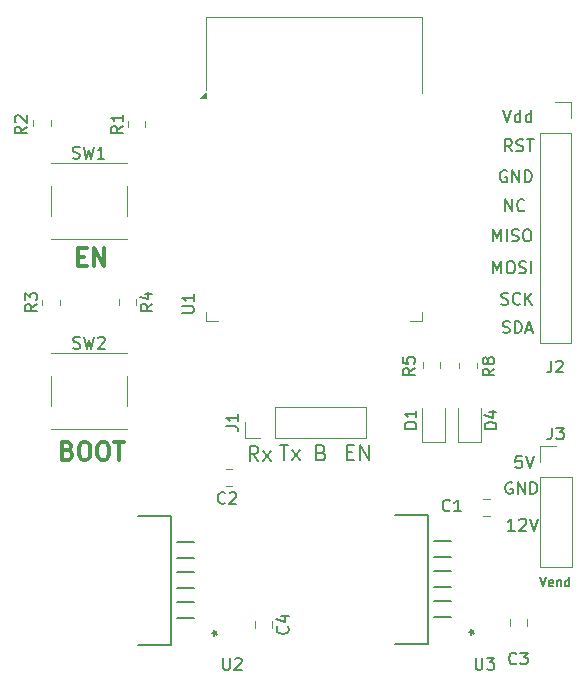
<source format=gto>
%TF.GenerationSoftware,KiCad,Pcbnew,8.0.0*%
%TF.CreationDate,2024-12-08T13:18:30+05:30*%
%TF.ProjectId,RFID_1,52464944-5f31-42e6-9b69-6361645f7063,rev?*%
%TF.SameCoordinates,Original*%
%TF.FileFunction,Legend,Top*%
%TF.FilePolarity,Positive*%
%FSLAX46Y46*%
G04 Gerber Fmt 4.6, Leading zero omitted, Abs format (unit mm)*
G04 Created by KiCad (PCBNEW 8.0.0) date 2024-12-08 13:18:30*
%MOMM*%
%LPD*%
G01*
G04 APERTURE LIST*
%ADD10C,0.127000*%
%ADD11C,0.300000*%
%ADD12C,0.150000*%
%ADD13C,0.120000*%
%ADD14C,0.152400*%
G04 APERTURE END LIST*
D10*
X169502075Y-97595676D02*
X169647218Y-97644056D01*
X169647218Y-97644056D02*
X169889123Y-97644056D01*
X169889123Y-97644056D02*
X169985885Y-97595676D01*
X169985885Y-97595676D02*
X170034266Y-97547295D01*
X170034266Y-97547295D02*
X170082647Y-97450533D01*
X170082647Y-97450533D02*
X170082647Y-97353771D01*
X170082647Y-97353771D02*
X170034266Y-97257009D01*
X170034266Y-97257009D02*
X169985885Y-97208628D01*
X169985885Y-97208628D02*
X169889123Y-97160247D01*
X169889123Y-97160247D02*
X169695599Y-97111866D01*
X169695599Y-97111866D02*
X169598837Y-97063485D01*
X169598837Y-97063485D02*
X169550456Y-97015104D01*
X169550456Y-97015104D02*
X169502075Y-96918342D01*
X169502075Y-96918342D02*
X169502075Y-96821580D01*
X169502075Y-96821580D02*
X169550456Y-96724818D01*
X169550456Y-96724818D02*
X169598837Y-96676437D01*
X169598837Y-96676437D02*
X169695599Y-96628056D01*
X169695599Y-96628056D02*
X169937504Y-96628056D01*
X169937504Y-96628056D02*
X170082647Y-96676437D01*
X170518075Y-97644056D02*
X170518075Y-96628056D01*
X170518075Y-96628056D02*
X170759980Y-96628056D01*
X170759980Y-96628056D02*
X170905123Y-96676437D01*
X170905123Y-96676437D02*
X171001885Y-96773199D01*
X171001885Y-96773199D02*
X171050266Y-96869961D01*
X171050266Y-96869961D02*
X171098647Y-97063485D01*
X171098647Y-97063485D02*
X171098647Y-97208628D01*
X171098647Y-97208628D02*
X171050266Y-97402152D01*
X171050266Y-97402152D02*
X171001885Y-97498914D01*
X171001885Y-97498914D02*
X170905123Y-97595676D01*
X170905123Y-97595676D02*
X170759980Y-97644056D01*
X170759980Y-97644056D02*
X170518075Y-97644056D01*
X171485694Y-97353771D02*
X171969504Y-97353771D01*
X171388932Y-97644056D02*
X171727599Y-96628056D01*
X171727599Y-96628056D02*
X172066266Y-97644056D01*
X169377075Y-95195676D02*
X169522218Y-95244056D01*
X169522218Y-95244056D02*
X169764123Y-95244056D01*
X169764123Y-95244056D02*
X169860885Y-95195676D01*
X169860885Y-95195676D02*
X169909266Y-95147295D01*
X169909266Y-95147295D02*
X169957647Y-95050533D01*
X169957647Y-95050533D02*
X169957647Y-94953771D01*
X169957647Y-94953771D02*
X169909266Y-94857009D01*
X169909266Y-94857009D02*
X169860885Y-94808628D01*
X169860885Y-94808628D02*
X169764123Y-94760247D01*
X169764123Y-94760247D02*
X169570599Y-94711866D01*
X169570599Y-94711866D02*
X169473837Y-94663485D01*
X169473837Y-94663485D02*
X169425456Y-94615104D01*
X169425456Y-94615104D02*
X169377075Y-94518342D01*
X169377075Y-94518342D02*
X169377075Y-94421580D01*
X169377075Y-94421580D02*
X169425456Y-94324818D01*
X169425456Y-94324818D02*
X169473837Y-94276437D01*
X169473837Y-94276437D02*
X169570599Y-94228056D01*
X169570599Y-94228056D02*
X169812504Y-94228056D01*
X169812504Y-94228056D02*
X169957647Y-94276437D01*
X170973647Y-95147295D02*
X170925266Y-95195676D01*
X170925266Y-95195676D02*
X170780123Y-95244056D01*
X170780123Y-95244056D02*
X170683361Y-95244056D01*
X170683361Y-95244056D02*
X170538218Y-95195676D01*
X170538218Y-95195676D02*
X170441456Y-95098914D01*
X170441456Y-95098914D02*
X170393075Y-95002152D01*
X170393075Y-95002152D02*
X170344694Y-94808628D01*
X170344694Y-94808628D02*
X170344694Y-94663485D01*
X170344694Y-94663485D02*
X170393075Y-94469961D01*
X170393075Y-94469961D02*
X170441456Y-94373199D01*
X170441456Y-94373199D02*
X170538218Y-94276437D01*
X170538218Y-94276437D02*
X170683361Y-94228056D01*
X170683361Y-94228056D02*
X170780123Y-94228056D01*
X170780123Y-94228056D02*
X170925266Y-94276437D01*
X170925266Y-94276437D02*
X170973647Y-94324818D01*
X171409075Y-95244056D02*
X171409075Y-94228056D01*
X171989647Y-95244056D02*
X171554218Y-94663485D01*
X171989647Y-94228056D02*
X171409075Y-94808628D01*
X168700456Y-92594056D02*
X168700456Y-91578056D01*
X168700456Y-91578056D02*
X169039123Y-92303771D01*
X169039123Y-92303771D02*
X169377790Y-91578056D01*
X169377790Y-91578056D02*
X169377790Y-92594056D01*
X170055123Y-91578056D02*
X170248647Y-91578056D01*
X170248647Y-91578056D02*
X170345409Y-91626437D01*
X170345409Y-91626437D02*
X170442171Y-91723199D01*
X170442171Y-91723199D02*
X170490552Y-91916723D01*
X170490552Y-91916723D02*
X170490552Y-92255390D01*
X170490552Y-92255390D02*
X170442171Y-92448914D01*
X170442171Y-92448914D02*
X170345409Y-92545676D01*
X170345409Y-92545676D02*
X170248647Y-92594056D01*
X170248647Y-92594056D02*
X170055123Y-92594056D01*
X170055123Y-92594056D02*
X169958361Y-92545676D01*
X169958361Y-92545676D02*
X169861599Y-92448914D01*
X169861599Y-92448914D02*
X169813218Y-92255390D01*
X169813218Y-92255390D02*
X169813218Y-91916723D01*
X169813218Y-91916723D02*
X169861599Y-91723199D01*
X169861599Y-91723199D02*
X169958361Y-91626437D01*
X169958361Y-91626437D02*
X170055123Y-91578056D01*
X170877599Y-92545676D02*
X171022742Y-92594056D01*
X171022742Y-92594056D02*
X171264647Y-92594056D01*
X171264647Y-92594056D02*
X171361409Y-92545676D01*
X171361409Y-92545676D02*
X171409790Y-92497295D01*
X171409790Y-92497295D02*
X171458171Y-92400533D01*
X171458171Y-92400533D02*
X171458171Y-92303771D01*
X171458171Y-92303771D02*
X171409790Y-92207009D01*
X171409790Y-92207009D02*
X171361409Y-92158628D01*
X171361409Y-92158628D02*
X171264647Y-92110247D01*
X171264647Y-92110247D02*
X171071123Y-92061866D01*
X171071123Y-92061866D02*
X170974361Y-92013485D01*
X170974361Y-92013485D02*
X170925980Y-91965104D01*
X170925980Y-91965104D02*
X170877599Y-91868342D01*
X170877599Y-91868342D02*
X170877599Y-91771580D01*
X170877599Y-91771580D02*
X170925980Y-91674818D01*
X170925980Y-91674818D02*
X170974361Y-91626437D01*
X170974361Y-91626437D02*
X171071123Y-91578056D01*
X171071123Y-91578056D02*
X171313028Y-91578056D01*
X171313028Y-91578056D02*
X171458171Y-91626437D01*
X171893599Y-92594056D02*
X171893599Y-91578056D01*
X168650456Y-89894056D02*
X168650456Y-88878056D01*
X168650456Y-88878056D02*
X168989123Y-89603771D01*
X168989123Y-89603771D02*
X169327790Y-88878056D01*
X169327790Y-88878056D02*
X169327790Y-89894056D01*
X169811599Y-89894056D02*
X169811599Y-88878056D01*
X170247028Y-89845676D02*
X170392171Y-89894056D01*
X170392171Y-89894056D02*
X170634076Y-89894056D01*
X170634076Y-89894056D02*
X170730838Y-89845676D01*
X170730838Y-89845676D02*
X170779219Y-89797295D01*
X170779219Y-89797295D02*
X170827600Y-89700533D01*
X170827600Y-89700533D02*
X170827600Y-89603771D01*
X170827600Y-89603771D02*
X170779219Y-89507009D01*
X170779219Y-89507009D02*
X170730838Y-89458628D01*
X170730838Y-89458628D02*
X170634076Y-89410247D01*
X170634076Y-89410247D02*
X170440552Y-89361866D01*
X170440552Y-89361866D02*
X170343790Y-89313485D01*
X170343790Y-89313485D02*
X170295409Y-89265104D01*
X170295409Y-89265104D02*
X170247028Y-89168342D01*
X170247028Y-89168342D02*
X170247028Y-89071580D01*
X170247028Y-89071580D02*
X170295409Y-88974818D01*
X170295409Y-88974818D02*
X170343790Y-88926437D01*
X170343790Y-88926437D02*
X170440552Y-88878056D01*
X170440552Y-88878056D02*
X170682457Y-88878056D01*
X170682457Y-88878056D02*
X170827600Y-88926437D01*
X171456552Y-88878056D02*
X171650076Y-88878056D01*
X171650076Y-88878056D02*
X171746838Y-88926437D01*
X171746838Y-88926437D02*
X171843600Y-89023199D01*
X171843600Y-89023199D02*
X171891981Y-89216723D01*
X171891981Y-89216723D02*
X171891981Y-89555390D01*
X171891981Y-89555390D02*
X171843600Y-89748914D01*
X171843600Y-89748914D02*
X171746838Y-89845676D01*
X171746838Y-89845676D02*
X171650076Y-89894056D01*
X171650076Y-89894056D02*
X171456552Y-89894056D01*
X171456552Y-89894056D02*
X171359790Y-89845676D01*
X171359790Y-89845676D02*
X171263028Y-89748914D01*
X171263028Y-89748914D02*
X171214647Y-89555390D01*
X171214647Y-89555390D02*
X171214647Y-89216723D01*
X171214647Y-89216723D02*
X171263028Y-89023199D01*
X171263028Y-89023199D02*
X171359790Y-88926437D01*
X171359790Y-88926437D02*
X171456552Y-88878056D01*
X169675456Y-87344056D02*
X169675456Y-86328056D01*
X169675456Y-86328056D02*
X170256028Y-87344056D01*
X170256028Y-87344056D02*
X170256028Y-86328056D01*
X171320409Y-87247295D02*
X171272028Y-87295676D01*
X171272028Y-87295676D02*
X171126885Y-87344056D01*
X171126885Y-87344056D02*
X171030123Y-87344056D01*
X171030123Y-87344056D02*
X170884980Y-87295676D01*
X170884980Y-87295676D02*
X170788218Y-87198914D01*
X170788218Y-87198914D02*
X170739837Y-87102152D01*
X170739837Y-87102152D02*
X170691456Y-86908628D01*
X170691456Y-86908628D02*
X170691456Y-86763485D01*
X170691456Y-86763485D02*
X170739837Y-86569961D01*
X170739837Y-86569961D02*
X170788218Y-86473199D01*
X170788218Y-86473199D02*
X170884980Y-86376437D01*
X170884980Y-86376437D02*
X171030123Y-86328056D01*
X171030123Y-86328056D02*
X171126885Y-86328056D01*
X171126885Y-86328056D02*
X171272028Y-86376437D01*
X171272028Y-86376437D02*
X171320409Y-86424818D01*
X169807647Y-83901437D02*
X169710885Y-83853056D01*
X169710885Y-83853056D02*
X169565742Y-83853056D01*
X169565742Y-83853056D02*
X169420599Y-83901437D01*
X169420599Y-83901437D02*
X169323837Y-83998199D01*
X169323837Y-83998199D02*
X169275456Y-84094961D01*
X169275456Y-84094961D02*
X169227075Y-84288485D01*
X169227075Y-84288485D02*
X169227075Y-84433628D01*
X169227075Y-84433628D02*
X169275456Y-84627152D01*
X169275456Y-84627152D02*
X169323837Y-84723914D01*
X169323837Y-84723914D02*
X169420599Y-84820676D01*
X169420599Y-84820676D02*
X169565742Y-84869056D01*
X169565742Y-84869056D02*
X169662504Y-84869056D01*
X169662504Y-84869056D02*
X169807647Y-84820676D01*
X169807647Y-84820676D02*
X169856028Y-84772295D01*
X169856028Y-84772295D02*
X169856028Y-84433628D01*
X169856028Y-84433628D02*
X169662504Y-84433628D01*
X170291456Y-84869056D02*
X170291456Y-83853056D01*
X170291456Y-83853056D02*
X170872028Y-84869056D01*
X170872028Y-84869056D02*
X170872028Y-83853056D01*
X171355837Y-84869056D02*
X171355837Y-83853056D01*
X171355837Y-83853056D02*
X171597742Y-83853056D01*
X171597742Y-83853056D02*
X171742885Y-83901437D01*
X171742885Y-83901437D02*
X171839647Y-83998199D01*
X171839647Y-83998199D02*
X171888028Y-84094961D01*
X171888028Y-84094961D02*
X171936409Y-84288485D01*
X171936409Y-84288485D02*
X171936409Y-84433628D01*
X171936409Y-84433628D02*
X171888028Y-84627152D01*
X171888028Y-84627152D02*
X171839647Y-84723914D01*
X171839647Y-84723914D02*
X171742885Y-84820676D01*
X171742885Y-84820676D02*
X171597742Y-84869056D01*
X171597742Y-84869056D02*
X171355837Y-84869056D01*
X170256028Y-82269056D02*
X169917361Y-81785247D01*
X169675456Y-82269056D02*
X169675456Y-81253056D01*
X169675456Y-81253056D02*
X170062504Y-81253056D01*
X170062504Y-81253056D02*
X170159266Y-81301437D01*
X170159266Y-81301437D02*
X170207647Y-81349818D01*
X170207647Y-81349818D02*
X170256028Y-81446580D01*
X170256028Y-81446580D02*
X170256028Y-81591723D01*
X170256028Y-81591723D02*
X170207647Y-81688485D01*
X170207647Y-81688485D02*
X170159266Y-81736866D01*
X170159266Y-81736866D02*
X170062504Y-81785247D01*
X170062504Y-81785247D02*
X169675456Y-81785247D01*
X170643075Y-82220676D02*
X170788218Y-82269056D01*
X170788218Y-82269056D02*
X171030123Y-82269056D01*
X171030123Y-82269056D02*
X171126885Y-82220676D01*
X171126885Y-82220676D02*
X171175266Y-82172295D01*
X171175266Y-82172295D02*
X171223647Y-82075533D01*
X171223647Y-82075533D02*
X171223647Y-81978771D01*
X171223647Y-81978771D02*
X171175266Y-81882009D01*
X171175266Y-81882009D02*
X171126885Y-81833628D01*
X171126885Y-81833628D02*
X171030123Y-81785247D01*
X171030123Y-81785247D02*
X170836599Y-81736866D01*
X170836599Y-81736866D02*
X170739837Y-81688485D01*
X170739837Y-81688485D02*
X170691456Y-81640104D01*
X170691456Y-81640104D02*
X170643075Y-81543342D01*
X170643075Y-81543342D02*
X170643075Y-81446580D01*
X170643075Y-81446580D02*
X170691456Y-81349818D01*
X170691456Y-81349818D02*
X170739837Y-81301437D01*
X170739837Y-81301437D02*
X170836599Y-81253056D01*
X170836599Y-81253056D02*
X171078504Y-81253056D01*
X171078504Y-81253056D02*
X171223647Y-81301437D01*
X171513932Y-81253056D02*
X172094504Y-81253056D01*
X171804218Y-82269056D02*
X171804218Y-81253056D01*
X169530313Y-78778056D02*
X169868980Y-79794056D01*
X169868980Y-79794056D02*
X170207647Y-78778056D01*
X170981742Y-79794056D02*
X170981742Y-78778056D01*
X170981742Y-79745676D02*
X170884980Y-79794056D01*
X170884980Y-79794056D02*
X170691456Y-79794056D01*
X170691456Y-79794056D02*
X170594694Y-79745676D01*
X170594694Y-79745676D02*
X170546313Y-79697295D01*
X170546313Y-79697295D02*
X170497932Y-79600533D01*
X170497932Y-79600533D02*
X170497932Y-79310247D01*
X170497932Y-79310247D02*
X170546313Y-79213485D01*
X170546313Y-79213485D02*
X170594694Y-79165104D01*
X170594694Y-79165104D02*
X170691456Y-79116723D01*
X170691456Y-79116723D02*
X170884980Y-79116723D01*
X170884980Y-79116723D02*
X170981742Y-79165104D01*
X171900980Y-79794056D02*
X171900980Y-78778056D01*
X171900980Y-79745676D02*
X171804218Y-79794056D01*
X171804218Y-79794056D02*
X171610694Y-79794056D01*
X171610694Y-79794056D02*
X171513932Y-79745676D01*
X171513932Y-79745676D02*
X171465551Y-79697295D01*
X171465551Y-79697295D02*
X171417170Y-79600533D01*
X171417170Y-79600533D02*
X171417170Y-79310247D01*
X171417170Y-79310247D02*
X171465551Y-79213485D01*
X171465551Y-79213485D02*
X171513932Y-79165104D01*
X171513932Y-79165104D02*
X171610694Y-79116723D01*
X171610694Y-79116723D02*
X171804218Y-79116723D01*
X171804218Y-79116723D02*
X171900980Y-79165104D01*
X156285932Y-107722734D02*
X156709266Y-107722734D01*
X156890694Y-108387972D02*
X156285932Y-108387972D01*
X156285932Y-108387972D02*
X156285932Y-107117972D01*
X156285932Y-107117972D02*
X156890694Y-107117972D01*
X157434980Y-108387972D02*
X157434980Y-107117972D01*
X157434980Y-107117972D02*
X158160695Y-108387972D01*
X158160695Y-108387972D02*
X158160695Y-107117972D01*
X172681123Y-118338141D02*
X172935123Y-119100141D01*
X172935123Y-119100141D02*
X173189123Y-118338141D01*
X173733409Y-119063856D02*
X173660837Y-119100141D01*
X173660837Y-119100141D02*
X173515695Y-119100141D01*
X173515695Y-119100141D02*
X173443123Y-119063856D01*
X173443123Y-119063856D02*
X173406837Y-118991284D01*
X173406837Y-118991284D02*
X173406837Y-118700998D01*
X173406837Y-118700998D02*
X173443123Y-118628427D01*
X173443123Y-118628427D02*
X173515695Y-118592141D01*
X173515695Y-118592141D02*
X173660837Y-118592141D01*
X173660837Y-118592141D02*
X173733409Y-118628427D01*
X173733409Y-118628427D02*
X173769695Y-118700998D01*
X173769695Y-118700998D02*
X173769695Y-118773570D01*
X173769695Y-118773570D02*
X173406837Y-118846141D01*
X174096266Y-118592141D02*
X174096266Y-119100141D01*
X174096266Y-118664713D02*
X174132552Y-118628427D01*
X174132552Y-118628427D02*
X174205123Y-118592141D01*
X174205123Y-118592141D02*
X174313980Y-118592141D01*
X174313980Y-118592141D02*
X174386552Y-118628427D01*
X174386552Y-118628427D02*
X174422838Y-118700998D01*
X174422838Y-118700998D02*
X174422838Y-119100141D01*
X175112267Y-119100141D02*
X175112267Y-118338141D01*
X175112267Y-119063856D02*
X175039695Y-119100141D01*
X175039695Y-119100141D02*
X174894552Y-119100141D01*
X174894552Y-119100141D02*
X174821981Y-119063856D01*
X174821981Y-119063856D02*
X174785695Y-119027570D01*
X174785695Y-119027570D02*
X174749409Y-118954998D01*
X174749409Y-118954998D02*
X174749409Y-118737284D01*
X174749409Y-118737284D02*
X174785695Y-118664713D01*
X174785695Y-118664713D02*
X174821981Y-118628427D01*
X174821981Y-118628427D02*
X174894552Y-118592141D01*
X174894552Y-118592141D02*
X175039695Y-118592141D01*
X175039695Y-118592141D02*
X175112267Y-118628427D01*
X170507647Y-114369056D02*
X169927075Y-114369056D01*
X170217361Y-114369056D02*
X170217361Y-113353056D01*
X170217361Y-113353056D02*
X170120599Y-113498199D01*
X170120599Y-113498199D02*
X170023837Y-113594961D01*
X170023837Y-113594961D02*
X169927075Y-113643342D01*
X170894694Y-113449818D02*
X170943075Y-113401437D01*
X170943075Y-113401437D02*
X171039837Y-113353056D01*
X171039837Y-113353056D02*
X171281742Y-113353056D01*
X171281742Y-113353056D02*
X171378504Y-113401437D01*
X171378504Y-113401437D02*
X171426885Y-113449818D01*
X171426885Y-113449818D02*
X171475266Y-113546580D01*
X171475266Y-113546580D02*
X171475266Y-113643342D01*
X171475266Y-113643342D02*
X171426885Y-113788485D01*
X171426885Y-113788485D02*
X170846313Y-114369056D01*
X170846313Y-114369056D02*
X171475266Y-114369056D01*
X171765551Y-113353056D02*
X172104218Y-114369056D01*
X172104218Y-114369056D02*
X172442885Y-113353056D01*
X170282647Y-110301437D02*
X170185885Y-110253056D01*
X170185885Y-110253056D02*
X170040742Y-110253056D01*
X170040742Y-110253056D02*
X169895599Y-110301437D01*
X169895599Y-110301437D02*
X169798837Y-110398199D01*
X169798837Y-110398199D02*
X169750456Y-110494961D01*
X169750456Y-110494961D02*
X169702075Y-110688485D01*
X169702075Y-110688485D02*
X169702075Y-110833628D01*
X169702075Y-110833628D02*
X169750456Y-111027152D01*
X169750456Y-111027152D02*
X169798837Y-111123914D01*
X169798837Y-111123914D02*
X169895599Y-111220676D01*
X169895599Y-111220676D02*
X170040742Y-111269056D01*
X170040742Y-111269056D02*
X170137504Y-111269056D01*
X170137504Y-111269056D02*
X170282647Y-111220676D01*
X170282647Y-111220676D02*
X170331028Y-111172295D01*
X170331028Y-111172295D02*
X170331028Y-110833628D01*
X170331028Y-110833628D02*
X170137504Y-110833628D01*
X170766456Y-111269056D02*
X170766456Y-110253056D01*
X170766456Y-110253056D02*
X171347028Y-111269056D01*
X171347028Y-111269056D02*
X171347028Y-110253056D01*
X171830837Y-111269056D02*
X171830837Y-110253056D01*
X171830837Y-110253056D02*
X172072742Y-110253056D01*
X172072742Y-110253056D02*
X172217885Y-110301437D01*
X172217885Y-110301437D02*
X172314647Y-110398199D01*
X172314647Y-110398199D02*
X172363028Y-110494961D01*
X172363028Y-110494961D02*
X172411409Y-110688485D01*
X172411409Y-110688485D02*
X172411409Y-110833628D01*
X172411409Y-110833628D02*
X172363028Y-111027152D01*
X172363028Y-111027152D02*
X172314647Y-111123914D01*
X172314647Y-111123914D02*
X172217885Y-111220676D01*
X172217885Y-111220676D02*
X172072742Y-111269056D01*
X172072742Y-111269056D02*
X171830837Y-111269056D01*
X171084266Y-108053056D02*
X170600456Y-108053056D01*
X170600456Y-108053056D02*
X170552075Y-108536866D01*
X170552075Y-108536866D02*
X170600456Y-108488485D01*
X170600456Y-108488485D02*
X170697218Y-108440104D01*
X170697218Y-108440104D02*
X170939123Y-108440104D01*
X170939123Y-108440104D02*
X171035885Y-108488485D01*
X171035885Y-108488485D02*
X171084266Y-108536866D01*
X171084266Y-108536866D02*
X171132647Y-108633628D01*
X171132647Y-108633628D02*
X171132647Y-108875533D01*
X171132647Y-108875533D02*
X171084266Y-108972295D01*
X171084266Y-108972295D02*
X171035885Y-109020676D01*
X171035885Y-109020676D02*
X170939123Y-109069056D01*
X170939123Y-109069056D02*
X170697218Y-109069056D01*
X170697218Y-109069056D02*
X170600456Y-109020676D01*
X170600456Y-109020676D02*
X170552075Y-108972295D01*
X171422932Y-108053056D02*
X171761599Y-109069056D01*
X171761599Y-109069056D02*
X172100266Y-108053056D01*
X154134266Y-107772734D02*
X154315694Y-107833210D01*
X154315694Y-107833210D02*
X154376171Y-107893686D01*
X154376171Y-107893686D02*
X154436647Y-108014638D01*
X154436647Y-108014638D02*
X154436647Y-108196067D01*
X154436647Y-108196067D02*
X154376171Y-108317019D01*
X154376171Y-108317019D02*
X154315694Y-108377496D01*
X154315694Y-108377496D02*
X154194742Y-108437972D01*
X154194742Y-108437972D02*
X153710932Y-108437972D01*
X153710932Y-108437972D02*
X153710932Y-107167972D01*
X153710932Y-107167972D02*
X154134266Y-107167972D01*
X154134266Y-107167972D02*
X154255218Y-107228448D01*
X154255218Y-107228448D02*
X154315694Y-107288924D01*
X154315694Y-107288924D02*
X154376171Y-107409876D01*
X154376171Y-107409876D02*
X154376171Y-107530829D01*
X154376171Y-107530829D02*
X154315694Y-107651781D01*
X154315694Y-107651781D02*
X154255218Y-107712257D01*
X154255218Y-107712257D02*
X154134266Y-107772734D01*
X154134266Y-107772734D02*
X153710932Y-107772734D01*
X150604504Y-107142972D02*
X151330218Y-107142972D01*
X150967361Y-108412972D02*
X150967361Y-107142972D01*
X151632599Y-108412972D02*
X152297837Y-107566305D01*
X151632599Y-107566305D02*
X152297837Y-108412972D01*
X148786647Y-108462972D02*
X148363313Y-107858210D01*
X148060932Y-108462972D02*
X148060932Y-107192972D01*
X148060932Y-107192972D02*
X148544742Y-107192972D01*
X148544742Y-107192972D02*
X148665694Y-107253448D01*
X148665694Y-107253448D02*
X148726171Y-107313924D01*
X148726171Y-107313924D02*
X148786647Y-107434876D01*
X148786647Y-107434876D02*
X148786647Y-107616305D01*
X148786647Y-107616305D02*
X148726171Y-107737257D01*
X148726171Y-107737257D02*
X148665694Y-107797734D01*
X148665694Y-107797734D02*
X148544742Y-107858210D01*
X148544742Y-107858210D02*
X148060932Y-107858210D01*
X149209980Y-108462972D02*
X149875218Y-107616305D01*
X149209980Y-107616305D02*
X149875218Y-108462972D01*
D11*
X132654510Y-107590114D02*
X132868796Y-107661542D01*
X132868796Y-107661542D02*
X132940225Y-107732971D01*
X132940225Y-107732971D02*
X133011653Y-107875828D01*
X133011653Y-107875828D02*
X133011653Y-108090114D01*
X133011653Y-108090114D02*
X132940225Y-108232971D01*
X132940225Y-108232971D02*
X132868796Y-108304400D01*
X132868796Y-108304400D02*
X132725939Y-108375828D01*
X132725939Y-108375828D02*
X132154510Y-108375828D01*
X132154510Y-108375828D02*
X132154510Y-106875828D01*
X132154510Y-106875828D02*
X132654510Y-106875828D01*
X132654510Y-106875828D02*
X132797368Y-106947257D01*
X132797368Y-106947257D02*
X132868796Y-107018685D01*
X132868796Y-107018685D02*
X132940225Y-107161542D01*
X132940225Y-107161542D02*
X132940225Y-107304400D01*
X132940225Y-107304400D02*
X132868796Y-107447257D01*
X132868796Y-107447257D02*
X132797368Y-107518685D01*
X132797368Y-107518685D02*
X132654510Y-107590114D01*
X132654510Y-107590114D02*
X132154510Y-107590114D01*
X133940225Y-106875828D02*
X134225939Y-106875828D01*
X134225939Y-106875828D02*
X134368796Y-106947257D01*
X134368796Y-106947257D02*
X134511653Y-107090114D01*
X134511653Y-107090114D02*
X134583082Y-107375828D01*
X134583082Y-107375828D02*
X134583082Y-107875828D01*
X134583082Y-107875828D02*
X134511653Y-108161542D01*
X134511653Y-108161542D02*
X134368796Y-108304400D01*
X134368796Y-108304400D02*
X134225939Y-108375828D01*
X134225939Y-108375828D02*
X133940225Y-108375828D01*
X133940225Y-108375828D02*
X133797368Y-108304400D01*
X133797368Y-108304400D02*
X133654510Y-108161542D01*
X133654510Y-108161542D02*
X133583082Y-107875828D01*
X133583082Y-107875828D02*
X133583082Y-107375828D01*
X133583082Y-107375828D02*
X133654510Y-107090114D01*
X133654510Y-107090114D02*
X133797368Y-106947257D01*
X133797368Y-106947257D02*
X133940225Y-106875828D01*
X135511654Y-106875828D02*
X135797368Y-106875828D01*
X135797368Y-106875828D02*
X135940225Y-106947257D01*
X135940225Y-106947257D02*
X136083082Y-107090114D01*
X136083082Y-107090114D02*
X136154511Y-107375828D01*
X136154511Y-107375828D02*
X136154511Y-107875828D01*
X136154511Y-107875828D02*
X136083082Y-108161542D01*
X136083082Y-108161542D02*
X135940225Y-108304400D01*
X135940225Y-108304400D02*
X135797368Y-108375828D01*
X135797368Y-108375828D02*
X135511654Y-108375828D01*
X135511654Y-108375828D02*
X135368797Y-108304400D01*
X135368797Y-108304400D02*
X135225939Y-108161542D01*
X135225939Y-108161542D02*
X135154511Y-107875828D01*
X135154511Y-107875828D02*
X135154511Y-107375828D01*
X135154511Y-107375828D02*
X135225939Y-107090114D01*
X135225939Y-107090114D02*
X135368797Y-106947257D01*
X135368797Y-106947257D02*
X135511654Y-106875828D01*
X136583083Y-106875828D02*
X137440226Y-106875828D01*
X137011654Y-108375828D02*
X137011654Y-106875828D01*
X133554510Y-91190114D02*
X134054510Y-91190114D01*
X134268796Y-91975828D02*
X133554510Y-91975828D01*
X133554510Y-91975828D02*
X133554510Y-90475828D01*
X133554510Y-90475828D02*
X134268796Y-90475828D01*
X134911653Y-91975828D02*
X134911653Y-90475828D01*
X134911653Y-90475828D02*
X135768796Y-91975828D01*
X135768796Y-91975828D02*
X135768796Y-90475828D01*
D12*
X130046619Y-95204066D02*
X129570428Y-95537399D01*
X130046619Y-95775494D02*
X129046619Y-95775494D01*
X129046619Y-95775494D02*
X129046619Y-95394542D01*
X129046619Y-95394542D02*
X129094238Y-95299304D01*
X129094238Y-95299304D02*
X129141857Y-95251685D01*
X129141857Y-95251685D02*
X129237095Y-95204066D01*
X129237095Y-95204066D02*
X129379952Y-95204066D01*
X129379952Y-95204066D02*
X129475190Y-95251685D01*
X129475190Y-95251685D02*
X129522809Y-95299304D01*
X129522809Y-95299304D02*
X129570428Y-95394542D01*
X129570428Y-95394542D02*
X129570428Y-95775494D01*
X129046619Y-94870732D02*
X129046619Y-94251685D01*
X129046619Y-94251685D02*
X129427571Y-94585018D01*
X129427571Y-94585018D02*
X129427571Y-94442161D01*
X129427571Y-94442161D02*
X129475190Y-94346923D01*
X129475190Y-94346923D02*
X129522809Y-94299304D01*
X129522809Y-94299304D02*
X129618047Y-94251685D01*
X129618047Y-94251685D02*
X129856142Y-94251685D01*
X129856142Y-94251685D02*
X129951380Y-94299304D01*
X129951380Y-94299304D02*
X129999000Y-94346923D01*
X129999000Y-94346923D02*
X130046619Y-94442161D01*
X130046619Y-94442161D02*
X130046619Y-94727875D01*
X130046619Y-94727875D02*
X129999000Y-94823113D01*
X129999000Y-94823113D02*
X129951380Y-94870732D01*
X173656666Y-105659019D02*
X173656666Y-106373304D01*
X173656666Y-106373304D02*
X173609047Y-106516161D01*
X173609047Y-106516161D02*
X173513809Y-106611400D01*
X173513809Y-106611400D02*
X173370952Y-106659019D01*
X173370952Y-106659019D02*
X173275714Y-106659019D01*
X174037619Y-105659019D02*
X174656666Y-105659019D01*
X174656666Y-105659019D02*
X174323333Y-106039971D01*
X174323333Y-106039971D02*
X174466190Y-106039971D01*
X174466190Y-106039971D02*
X174561428Y-106087590D01*
X174561428Y-106087590D02*
X174609047Y-106135209D01*
X174609047Y-106135209D02*
X174656666Y-106230447D01*
X174656666Y-106230447D02*
X174656666Y-106468542D01*
X174656666Y-106468542D02*
X174609047Y-106563780D01*
X174609047Y-106563780D02*
X174561428Y-106611400D01*
X174561428Y-106611400D02*
X174466190Y-106659019D01*
X174466190Y-106659019D02*
X174180476Y-106659019D01*
X174180476Y-106659019D02*
X174085238Y-106611400D01*
X174085238Y-106611400D02*
X174037619Y-106563780D01*
X170633334Y-125609579D02*
X170585715Y-125657199D01*
X170585715Y-125657199D02*
X170442858Y-125704818D01*
X170442858Y-125704818D02*
X170347620Y-125704818D01*
X170347620Y-125704818D02*
X170204763Y-125657199D01*
X170204763Y-125657199D02*
X170109525Y-125561960D01*
X170109525Y-125561960D02*
X170061906Y-125466722D01*
X170061906Y-125466722D02*
X170014287Y-125276246D01*
X170014287Y-125276246D02*
X170014287Y-125133389D01*
X170014287Y-125133389D02*
X170061906Y-124942913D01*
X170061906Y-124942913D02*
X170109525Y-124847675D01*
X170109525Y-124847675D02*
X170204763Y-124752437D01*
X170204763Y-124752437D02*
X170347620Y-124704818D01*
X170347620Y-124704818D02*
X170442858Y-124704818D01*
X170442858Y-124704818D02*
X170585715Y-124752437D01*
X170585715Y-124752437D02*
X170633334Y-124800056D01*
X170966668Y-124704818D02*
X171585715Y-124704818D01*
X171585715Y-124704818D02*
X171252382Y-125085770D01*
X171252382Y-125085770D02*
X171395239Y-125085770D01*
X171395239Y-125085770D02*
X171490477Y-125133389D01*
X171490477Y-125133389D02*
X171538096Y-125181008D01*
X171538096Y-125181008D02*
X171585715Y-125276246D01*
X171585715Y-125276246D02*
X171585715Y-125514341D01*
X171585715Y-125514341D02*
X171538096Y-125609579D01*
X171538096Y-125609579D02*
X171490477Y-125657199D01*
X171490477Y-125657199D02*
X171395239Y-125704818D01*
X171395239Y-125704818D02*
X171109525Y-125704818D01*
X171109525Y-125704818D02*
X171014287Y-125657199D01*
X171014287Y-125657199D02*
X170966668Y-125609579D01*
X151264580Y-122489166D02*
X151312200Y-122536785D01*
X151312200Y-122536785D02*
X151359819Y-122679642D01*
X151359819Y-122679642D02*
X151359819Y-122774880D01*
X151359819Y-122774880D02*
X151312200Y-122917737D01*
X151312200Y-122917737D02*
X151216961Y-123012975D01*
X151216961Y-123012975D02*
X151121723Y-123060594D01*
X151121723Y-123060594D02*
X150931247Y-123108213D01*
X150931247Y-123108213D02*
X150788390Y-123108213D01*
X150788390Y-123108213D02*
X150597914Y-123060594D01*
X150597914Y-123060594D02*
X150502676Y-123012975D01*
X150502676Y-123012975D02*
X150407438Y-122917737D01*
X150407438Y-122917737D02*
X150359819Y-122774880D01*
X150359819Y-122774880D02*
X150359819Y-122679642D01*
X150359819Y-122679642D02*
X150407438Y-122536785D01*
X150407438Y-122536785D02*
X150455057Y-122489166D01*
X150693152Y-121632023D02*
X151359819Y-121632023D01*
X150312200Y-121870118D02*
X151026485Y-122108213D01*
X151026485Y-122108213D02*
X151026485Y-121489166D01*
X139823619Y-95178666D02*
X139347428Y-95511999D01*
X139823619Y-95750094D02*
X138823619Y-95750094D01*
X138823619Y-95750094D02*
X138823619Y-95369142D01*
X138823619Y-95369142D02*
X138871238Y-95273904D01*
X138871238Y-95273904D02*
X138918857Y-95226285D01*
X138918857Y-95226285D02*
X139014095Y-95178666D01*
X139014095Y-95178666D02*
X139156952Y-95178666D01*
X139156952Y-95178666D02*
X139252190Y-95226285D01*
X139252190Y-95226285D02*
X139299809Y-95273904D01*
X139299809Y-95273904D02*
X139347428Y-95369142D01*
X139347428Y-95369142D02*
X139347428Y-95750094D01*
X139156952Y-94321523D02*
X139823619Y-94321523D01*
X138776000Y-94559618D02*
X139490285Y-94797713D01*
X139490285Y-94797713D02*
X139490285Y-94178666D01*
X133096267Y-82829400D02*
X133239124Y-82877019D01*
X133239124Y-82877019D02*
X133477219Y-82877019D01*
X133477219Y-82877019D02*
X133572457Y-82829400D01*
X133572457Y-82829400D02*
X133620076Y-82781780D01*
X133620076Y-82781780D02*
X133667695Y-82686542D01*
X133667695Y-82686542D02*
X133667695Y-82591304D01*
X133667695Y-82591304D02*
X133620076Y-82496066D01*
X133620076Y-82496066D02*
X133572457Y-82448447D01*
X133572457Y-82448447D02*
X133477219Y-82400828D01*
X133477219Y-82400828D02*
X133286743Y-82353209D01*
X133286743Y-82353209D02*
X133191505Y-82305590D01*
X133191505Y-82305590D02*
X133143886Y-82257971D01*
X133143886Y-82257971D02*
X133096267Y-82162733D01*
X133096267Y-82162733D02*
X133096267Y-82067495D01*
X133096267Y-82067495D02*
X133143886Y-81972257D01*
X133143886Y-81972257D02*
X133191505Y-81924638D01*
X133191505Y-81924638D02*
X133286743Y-81877019D01*
X133286743Y-81877019D02*
X133524838Y-81877019D01*
X133524838Y-81877019D02*
X133667695Y-81924638D01*
X134001029Y-81877019D02*
X134239124Y-82877019D01*
X134239124Y-82877019D02*
X134429600Y-82162733D01*
X134429600Y-82162733D02*
X134620076Y-82877019D01*
X134620076Y-82877019D02*
X134858172Y-81877019D01*
X135762933Y-82877019D02*
X135191505Y-82877019D01*
X135477219Y-82877019D02*
X135477219Y-81877019D01*
X135477219Y-81877019D02*
X135381981Y-82019876D01*
X135381981Y-82019876D02*
X135286743Y-82115114D01*
X135286743Y-82115114D02*
X135191505Y-82162733D01*
X129179819Y-80166666D02*
X128703628Y-80499999D01*
X129179819Y-80738094D02*
X128179819Y-80738094D01*
X128179819Y-80738094D02*
X128179819Y-80357142D01*
X128179819Y-80357142D02*
X128227438Y-80261904D01*
X128227438Y-80261904D02*
X128275057Y-80214285D01*
X128275057Y-80214285D02*
X128370295Y-80166666D01*
X128370295Y-80166666D02*
X128513152Y-80166666D01*
X128513152Y-80166666D02*
X128608390Y-80214285D01*
X128608390Y-80214285D02*
X128656009Y-80261904D01*
X128656009Y-80261904D02*
X128703628Y-80357142D01*
X128703628Y-80357142D02*
X128703628Y-80738094D01*
X128275057Y-79785713D02*
X128227438Y-79738094D01*
X128227438Y-79738094D02*
X128179819Y-79642856D01*
X128179819Y-79642856D02*
X128179819Y-79404761D01*
X128179819Y-79404761D02*
X128227438Y-79309523D01*
X128227438Y-79309523D02*
X128275057Y-79261904D01*
X128275057Y-79261904D02*
X128370295Y-79214285D01*
X128370295Y-79214285D02*
X128465533Y-79214285D01*
X128465533Y-79214285D02*
X128608390Y-79261904D01*
X128608390Y-79261904D02*
X129179819Y-79833332D01*
X129179819Y-79833332D02*
X129179819Y-79214285D01*
X167188095Y-125154819D02*
X167188095Y-125964342D01*
X167188095Y-125964342D02*
X167235714Y-126059580D01*
X167235714Y-126059580D02*
X167283333Y-126107200D01*
X167283333Y-126107200D02*
X167378571Y-126154819D01*
X167378571Y-126154819D02*
X167569047Y-126154819D01*
X167569047Y-126154819D02*
X167664285Y-126107200D01*
X167664285Y-126107200D02*
X167711904Y-126059580D01*
X167711904Y-126059580D02*
X167759523Y-125964342D01*
X167759523Y-125964342D02*
X167759523Y-125154819D01*
X168140476Y-125154819D02*
X168759523Y-125154819D01*
X168759523Y-125154819D02*
X168426190Y-125535771D01*
X168426190Y-125535771D02*
X168569047Y-125535771D01*
X168569047Y-125535771D02*
X168664285Y-125583390D01*
X168664285Y-125583390D02*
X168711904Y-125631009D01*
X168711904Y-125631009D02*
X168759523Y-125726247D01*
X168759523Y-125726247D02*
X168759523Y-125964342D01*
X168759523Y-125964342D02*
X168711904Y-126059580D01*
X168711904Y-126059580D02*
X168664285Y-126107200D01*
X168664285Y-126107200D02*
X168569047Y-126154819D01*
X168569047Y-126154819D02*
X168283333Y-126154819D01*
X168283333Y-126154819D02*
X168188095Y-126107200D01*
X168188095Y-126107200D02*
X168140476Y-126059580D01*
X166647419Y-122950999D02*
X166885514Y-122950999D01*
X166790276Y-123189094D02*
X166885514Y-122950999D01*
X166885514Y-122950999D02*
X166790276Y-122712904D01*
X167075990Y-123093856D02*
X166885514Y-122950999D01*
X166885514Y-122950999D02*
X167075990Y-122808142D01*
X166647419Y-122950999D02*
X166885514Y-122950999D01*
X166790276Y-123189094D02*
X166885514Y-122950999D01*
X166885514Y-122950999D02*
X166790276Y-122712904D01*
X167075990Y-123093856D02*
X166885514Y-122950999D01*
X166885514Y-122950999D02*
X167075990Y-122808142D01*
X165008333Y-112659580D02*
X164960714Y-112707200D01*
X164960714Y-112707200D02*
X164817857Y-112754819D01*
X164817857Y-112754819D02*
X164722619Y-112754819D01*
X164722619Y-112754819D02*
X164579762Y-112707200D01*
X164579762Y-112707200D02*
X164484524Y-112611961D01*
X164484524Y-112611961D02*
X164436905Y-112516723D01*
X164436905Y-112516723D02*
X164389286Y-112326247D01*
X164389286Y-112326247D02*
X164389286Y-112183390D01*
X164389286Y-112183390D02*
X164436905Y-111992914D01*
X164436905Y-111992914D02*
X164484524Y-111897676D01*
X164484524Y-111897676D02*
X164579762Y-111802438D01*
X164579762Y-111802438D02*
X164722619Y-111754819D01*
X164722619Y-111754819D02*
X164817857Y-111754819D01*
X164817857Y-111754819D02*
X164960714Y-111802438D01*
X164960714Y-111802438D02*
X165008333Y-111850057D01*
X165960714Y-112754819D02*
X165389286Y-112754819D01*
X165675000Y-112754819D02*
X165675000Y-111754819D01*
X165675000Y-111754819D02*
X165579762Y-111897676D01*
X165579762Y-111897676D02*
X165484524Y-111992914D01*
X165484524Y-111992914D02*
X165389286Y-112040533D01*
X168954819Y-105758094D02*
X167954819Y-105758094D01*
X167954819Y-105758094D02*
X167954819Y-105519999D01*
X167954819Y-105519999D02*
X168002438Y-105377142D01*
X168002438Y-105377142D02*
X168097676Y-105281904D01*
X168097676Y-105281904D02*
X168192914Y-105234285D01*
X168192914Y-105234285D02*
X168383390Y-105186666D01*
X168383390Y-105186666D02*
X168526247Y-105186666D01*
X168526247Y-105186666D02*
X168716723Y-105234285D01*
X168716723Y-105234285D02*
X168811961Y-105281904D01*
X168811961Y-105281904D02*
X168907200Y-105377142D01*
X168907200Y-105377142D02*
X168954819Y-105519999D01*
X168954819Y-105519999D02*
X168954819Y-105758094D01*
X168288152Y-104329523D02*
X168954819Y-104329523D01*
X167907200Y-104567618D02*
X168621485Y-104805713D01*
X168621485Y-104805713D02*
X168621485Y-104186666D01*
X146080419Y-105530133D02*
X146794704Y-105530133D01*
X146794704Y-105530133D02*
X146937561Y-105577752D01*
X146937561Y-105577752D02*
X147032800Y-105672990D01*
X147032800Y-105672990D02*
X147080419Y-105815847D01*
X147080419Y-105815847D02*
X147080419Y-105911085D01*
X147080419Y-104530133D02*
X147080419Y-105101561D01*
X147080419Y-104815847D02*
X146080419Y-104815847D01*
X146080419Y-104815847D02*
X146223276Y-104911085D01*
X146223276Y-104911085D02*
X146318514Y-105006323D01*
X146318514Y-105006323D02*
X146366133Y-105101561D01*
X145983333Y-112009580D02*
X145935714Y-112057200D01*
X145935714Y-112057200D02*
X145792857Y-112104819D01*
X145792857Y-112104819D02*
X145697619Y-112104819D01*
X145697619Y-112104819D02*
X145554762Y-112057200D01*
X145554762Y-112057200D02*
X145459524Y-111961961D01*
X145459524Y-111961961D02*
X145411905Y-111866723D01*
X145411905Y-111866723D02*
X145364286Y-111676247D01*
X145364286Y-111676247D02*
X145364286Y-111533390D01*
X145364286Y-111533390D02*
X145411905Y-111342914D01*
X145411905Y-111342914D02*
X145459524Y-111247676D01*
X145459524Y-111247676D02*
X145554762Y-111152438D01*
X145554762Y-111152438D02*
X145697619Y-111104819D01*
X145697619Y-111104819D02*
X145792857Y-111104819D01*
X145792857Y-111104819D02*
X145935714Y-111152438D01*
X145935714Y-111152438D02*
X145983333Y-111200057D01*
X146364286Y-111200057D02*
X146411905Y-111152438D01*
X146411905Y-111152438D02*
X146507143Y-111104819D01*
X146507143Y-111104819D02*
X146745238Y-111104819D01*
X146745238Y-111104819D02*
X146840476Y-111152438D01*
X146840476Y-111152438D02*
X146888095Y-111200057D01*
X146888095Y-111200057D02*
X146935714Y-111295295D01*
X146935714Y-111295295D02*
X146935714Y-111390533D01*
X146935714Y-111390533D02*
X146888095Y-111533390D01*
X146888095Y-111533390D02*
X146316667Y-112104819D01*
X146316667Y-112104819D02*
X146935714Y-112104819D01*
X142350019Y-95953304D02*
X143159542Y-95953304D01*
X143159542Y-95953304D02*
X143254780Y-95905685D01*
X143254780Y-95905685D02*
X143302400Y-95858066D01*
X143302400Y-95858066D02*
X143350019Y-95762828D01*
X143350019Y-95762828D02*
X143350019Y-95572352D01*
X143350019Y-95572352D02*
X143302400Y-95477114D01*
X143302400Y-95477114D02*
X143254780Y-95429495D01*
X143254780Y-95429495D02*
X143159542Y-95381876D01*
X143159542Y-95381876D02*
X142350019Y-95381876D01*
X143350019Y-94381876D02*
X143350019Y-94953304D01*
X143350019Y-94667590D02*
X142350019Y-94667590D01*
X142350019Y-94667590D02*
X142492876Y-94762828D01*
X142492876Y-94762828D02*
X142588114Y-94858066D01*
X142588114Y-94858066D02*
X142635733Y-94953304D01*
X133134267Y-98922400D02*
X133277124Y-98970019D01*
X133277124Y-98970019D02*
X133515219Y-98970019D01*
X133515219Y-98970019D02*
X133610457Y-98922400D01*
X133610457Y-98922400D02*
X133658076Y-98874780D01*
X133658076Y-98874780D02*
X133705695Y-98779542D01*
X133705695Y-98779542D02*
X133705695Y-98684304D01*
X133705695Y-98684304D02*
X133658076Y-98589066D01*
X133658076Y-98589066D02*
X133610457Y-98541447D01*
X133610457Y-98541447D02*
X133515219Y-98493828D01*
X133515219Y-98493828D02*
X133324743Y-98446209D01*
X133324743Y-98446209D02*
X133229505Y-98398590D01*
X133229505Y-98398590D02*
X133181886Y-98350971D01*
X133181886Y-98350971D02*
X133134267Y-98255733D01*
X133134267Y-98255733D02*
X133134267Y-98160495D01*
X133134267Y-98160495D02*
X133181886Y-98065257D01*
X133181886Y-98065257D02*
X133229505Y-98017638D01*
X133229505Y-98017638D02*
X133324743Y-97970019D01*
X133324743Y-97970019D02*
X133562838Y-97970019D01*
X133562838Y-97970019D02*
X133705695Y-98017638D01*
X134039029Y-97970019D02*
X134277124Y-98970019D01*
X134277124Y-98970019D02*
X134467600Y-98255733D01*
X134467600Y-98255733D02*
X134658076Y-98970019D01*
X134658076Y-98970019D02*
X134896172Y-97970019D01*
X135229505Y-98065257D02*
X135277124Y-98017638D01*
X135277124Y-98017638D02*
X135372362Y-97970019D01*
X135372362Y-97970019D02*
X135610457Y-97970019D01*
X135610457Y-97970019D02*
X135705695Y-98017638D01*
X135705695Y-98017638D02*
X135753314Y-98065257D01*
X135753314Y-98065257D02*
X135800933Y-98160495D01*
X135800933Y-98160495D02*
X135800933Y-98255733D01*
X135800933Y-98255733D02*
X135753314Y-98398590D01*
X135753314Y-98398590D02*
X135181886Y-98970019D01*
X135181886Y-98970019D02*
X135800933Y-98970019D01*
X145813095Y-125154819D02*
X145813095Y-125964342D01*
X145813095Y-125964342D02*
X145860714Y-126059580D01*
X145860714Y-126059580D02*
X145908333Y-126107200D01*
X145908333Y-126107200D02*
X146003571Y-126154819D01*
X146003571Y-126154819D02*
X146194047Y-126154819D01*
X146194047Y-126154819D02*
X146289285Y-126107200D01*
X146289285Y-126107200D02*
X146336904Y-126059580D01*
X146336904Y-126059580D02*
X146384523Y-125964342D01*
X146384523Y-125964342D02*
X146384523Y-125154819D01*
X146813095Y-125250057D02*
X146860714Y-125202438D01*
X146860714Y-125202438D02*
X146955952Y-125154819D01*
X146955952Y-125154819D02*
X147194047Y-125154819D01*
X147194047Y-125154819D02*
X147289285Y-125202438D01*
X147289285Y-125202438D02*
X147336904Y-125250057D01*
X147336904Y-125250057D02*
X147384523Y-125345295D01*
X147384523Y-125345295D02*
X147384523Y-125440533D01*
X147384523Y-125440533D02*
X147336904Y-125583390D01*
X147336904Y-125583390D02*
X146765476Y-126154819D01*
X146765476Y-126154819D02*
X147384523Y-126154819D01*
X144882519Y-123037599D02*
X145120614Y-123037599D01*
X145025376Y-123275694D02*
X145120614Y-123037599D01*
X145120614Y-123037599D02*
X145025376Y-122799504D01*
X145311090Y-123180456D02*
X145120614Y-123037599D01*
X145120614Y-123037599D02*
X145311090Y-122894742D01*
X144882519Y-123037599D02*
X145120614Y-123037599D01*
X145025376Y-123275694D02*
X145120614Y-123037599D01*
X145120614Y-123037599D02*
X145025376Y-122799504D01*
X145311090Y-123180456D02*
X145120614Y-123037599D01*
X145120614Y-123037599D02*
X145311090Y-122894742D01*
X162029819Y-100616666D02*
X161553628Y-100949999D01*
X162029819Y-101188094D02*
X161029819Y-101188094D01*
X161029819Y-101188094D02*
X161029819Y-100807142D01*
X161029819Y-100807142D02*
X161077438Y-100711904D01*
X161077438Y-100711904D02*
X161125057Y-100664285D01*
X161125057Y-100664285D02*
X161220295Y-100616666D01*
X161220295Y-100616666D02*
X161363152Y-100616666D01*
X161363152Y-100616666D02*
X161458390Y-100664285D01*
X161458390Y-100664285D02*
X161506009Y-100711904D01*
X161506009Y-100711904D02*
X161553628Y-100807142D01*
X161553628Y-100807142D02*
X161553628Y-101188094D01*
X161029819Y-99711904D02*
X161029819Y-100188094D01*
X161029819Y-100188094D02*
X161506009Y-100235713D01*
X161506009Y-100235713D02*
X161458390Y-100188094D01*
X161458390Y-100188094D02*
X161410771Y-100092856D01*
X161410771Y-100092856D02*
X161410771Y-99854761D01*
X161410771Y-99854761D02*
X161458390Y-99759523D01*
X161458390Y-99759523D02*
X161506009Y-99711904D01*
X161506009Y-99711904D02*
X161601247Y-99664285D01*
X161601247Y-99664285D02*
X161839342Y-99664285D01*
X161839342Y-99664285D02*
X161934580Y-99711904D01*
X161934580Y-99711904D02*
X161982200Y-99759523D01*
X161982200Y-99759523D02*
X162029819Y-99854761D01*
X162029819Y-99854761D02*
X162029819Y-100092856D01*
X162029819Y-100092856D02*
X161982200Y-100188094D01*
X161982200Y-100188094D02*
X161934580Y-100235713D01*
X162179819Y-105738094D02*
X161179819Y-105738094D01*
X161179819Y-105738094D02*
X161179819Y-105499999D01*
X161179819Y-105499999D02*
X161227438Y-105357142D01*
X161227438Y-105357142D02*
X161322676Y-105261904D01*
X161322676Y-105261904D02*
X161417914Y-105214285D01*
X161417914Y-105214285D02*
X161608390Y-105166666D01*
X161608390Y-105166666D02*
X161751247Y-105166666D01*
X161751247Y-105166666D02*
X161941723Y-105214285D01*
X161941723Y-105214285D02*
X162036961Y-105261904D01*
X162036961Y-105261904D02*
X162132200Y-105357142D01*
X162132200Y-105357142D02*
X162179819Y-105499999D01*
X162179819Y-105499999D02*
X162179819Y-105738094D01*
X162179819Y-104214285D02*
X162179819Y-104785713D01*
X162179819Y-104499999D02*
X161179819Y-104499999D01*
X161179819Y-104499999D02*
X161322676Y-104595237D01*
X161322676Y-104595237D02*
X161417914Y-104690475D01*
X161417914Y-104690475D02*
X161465533Y-104785713D01*
X137311019Y-80116466D02*
X136834828Y-80449799D01*
X137311019Y-80687894D02*
X136311019Y-80687894D01*
X136311019Y-80687894D02*
X136311019Y-80306942D01*
X136311019Y-80306942D02*
X136358638Y-80211704D01*
X136358638Y-80211704D02*
X136406257Y-80164085D01*
X136406257Y-80164085D02*
X136501495Y-80116466D01*
X136501495Y-80116466D02*
X136644352Y-80116466D01*
X136644352Y-80116466D02*
X136739590Y-80164085D01*
X136739590Y-80164085D02*
X136787209Y-80211704D01*
X136787209Y-80211704D02*
X136834828Y-80306942D01*
X136834828Y-80306942D02*
X136834828Y-80687894D01*
X137311019Y-79164085D02*
X137311019Y-79735513D01*
X137311019Y-79449799D02*
X136311019Y-79449799D01*
X136311019Y-79449799D02*
X136453876Y-79545037D01*
X136453876Y-79545037D02*
X136549114Y-79640275D01*
X136549114Y-79640275D02*
X136596733Y-79735513D01*
X173591666Y-99979819D02*
X173591666Y-100694104D01*
X173591666Y-100694104D02*
X173544047Y-100836961D01*
X173544047Y-100836961D02*
X173448809Y-100932200D01*
X173448809Y-100932200D02*
X173305952Y-100979819D01*
X173305952Y-100979819D02*
X173210714Y-100979819D01*
X174020238Y-100075057D02*
X174067857Y-100027438D01*
X174067857Y-100027438D02*
X174163095Y-99979819D01*
X174163095Y-99979819D02*
X174401190Y-99979819D01*
X174401190Y-99979819D02*
X174496428Y-100027438D01*
X174496428Y-100027438D02*
X174544047Y-100075057D01*
X174544047Y-100075057D02*
X174591666Y-100170295D01*
X174591666Y-100170295D02*
X174591666Y-100265533D01*
X174591666Y-100265533D02*
X174544047Y-100408390D01*
X174544047Y-100408390D02*
X173972619Y-100979819D01*
X173972619Y-100979819D02*
X174591666Y-100979819D01*
X168779819Y-100666666D02*
X168303628Y-100999999D01*
X168779819Y-101238094D02*
X167779819Y-101238094D01*
X167779819Y-101238094D02*
X167779819Y-100857142D01*
X167779819Y-100857142D02*
X167827438Y-100761904D01*
X167827438Y-100761904D02*
X167875057Y-100714285D01*
X167875057Y-100714285D02*
X167970295Y-100666666D01*
X167970295Y-100666666D02*
X168113152Y-100666666D01*
X168113152Y-100666666D02*
X168208390Y-100714285D01*
X168208390Y-100714285D02*
X168256009Y-100761904D01*
X168256009Y-100761904D02*
X168303628Y-100857142D01*
X168303628Y-100857142D02*
X168303628Y-101238094D01*
X168208390Y-100095237D02*
X168160771Y-100190475D01*
X168160771Y-100190475D02*
X168113152Y-100238094D01*
X168113152Y-100238094D02*
X168017914Y-100285713D01*
X168017914Y-100285713D02*
X167970295Y-100285713D01*
X167970295Y-100285713D02*
X167875057Y-100238094D01*
X167875057Y-100238094D02*
X167827438Y-100190475D01*
X167827438Y-100190475D02*
X167779819Y-100095237D01*
X167779819Y-100095237D02*
X167779819Y-99904761D01*
X167779819Y-99904761D02*
X167827438Y-99809523D01*
X167827438Y-99809523D02*
X167875057Y-99761904D01*
X167875057Y-99761904D02*
X167970295Y-99714285D01*
X167970295Y-99714285D02*
X168017914Y-99714285D01*
X168017914Y-99714285D02*
X168113152Y-99761904D01*
X168113152Y-99761904D02*
X168160771Y-99809523D01*
X168160771Y-99809523D02*
X168208390Y-99904761D01*
X168208390Y-99904761D02*
X168208390Y-100095237D01*
X168208390Y-100095237D02*
X168256009Y-100190475D01*
X168256009Y-100190475D02*
X168303628Y-100238094D01*
X168303628Y-100238094D02*
X168398866Y-100285713D01*
X168398866Y-100285713D02*
X168589342Y-100285713D01*
X168589342Y-100285713D02*
X168684580Y-100238094D01*
X168684580Y-100238094D02*
X168732200Y-100190475D01*
X168732200Y-100190475D02*
X168779819Y-100095237D01*
X168779819Y-100095237D02*
X168779819Y-99904761D01*
X168779819Y-99904761D02*
X168732200Y-99809523D01*
X168732200Y-99809523D02*
X168684580Y-99761904D01*
X168684580Y-99761904D02*
X168589342Y-99714285D01*
X168589342Y-99714285D02*
X168398866Y-99714285D01*
X168398866Y-99714285D02*
X168303628Y-99761904D01*
X168303628Y-99761904D02*
X168256009Y-99809523D01*
X168256009Y-99809523D02*
X168208390Y-99904761D01*
D13*
%TO.C,R3*%
X130506800Y-95264464D02*
X130506800Y-94810336D01*
X131976800Y-95264464D02*
X131976800Y-94810336D01*
%TO.C,J3*%
X172660000Y-107204200D02*
X173990000Y-107204200D01*
X172660000Y-108534200D02*
X172660000Y-107204200D01*
X172660000Y-109804200D02*
X172660000Y-117484200D01*
X172660000Y-109804200D02*
X175320000Y-109804200D01*
X172660000Y-117484200D02*
X175320000Y-117484200D01*
X175320000Y-109804200D02*
X175320000Y-117484200D01*
%TO.C,C3*%
X170080000Y-121891248D02*
X170080000Y-122413752D01*
X171550000Y-121891248D02*
X171550000Y-122413752D01*
%TO.C,C4*%
X148490000Y-122061248D02*
X148490000Y-122583752D01*
X149960000Y-122061248D02*
X149960000Y-122583752D01*
%TO.C,R4*%
X136983800Y-94784936D02*
X136983800Y-95239064D01*
X138453800Y-94784936D02*
X138453800Y-95239064D01*
%TO.C,SW1*%
X131199600Y-83242200D02*
X137659600Y-83242200D01*
X131199600Y-83272200D02*
X131199600Y-83242200D01*
X131199600Y-85172200D02*
X131199600Y-87772200D01*
X131199600Y-89702200D02*
X131199600Y-89672200D01*
X131199600Y-89702200D02*
X137659600Y-89702200D01*
X137659600Y-83242200D02*
X137659600Y-83272200D01*
X137659600Y-85172200D02*
X137659600Y-87772200D01*
X137659600Y-89702200D02*
X137659600Y-89672200D01*
%TO.C,R2*%
X129744800Y-79646536D02*
X129744800Y-80100664D01*
X131214800Y-79646536D02*
X131214800Y-80100664D01*
D14*
%TO.C,U3*%
X160372049Y-123967000D02*
X163154000Y-123967000D01*
X163154000Y-113045000D02*
X160372049Y-113045000D01*
X163154000Y-123967000D02*
X163154000Y-113045000D01*
X163636600Y-115292900D02*
X165084400Y-115292900D01*
X163636600Y-116639100D02*
X165084400Y-116639100D01*
X163636600Y-117832900D02*
X165084400Y-117832900D01*
X163636600Y-119179100D02*
X165084400Y-119179100D01*
X163636600Y-120372900D02*
X165084400Y-120372900D01*
X163636600Y-121719100D02*
X165084400Y-121719100D01*
D13*
%TO.C,C1*%
X167853748Y-111660000D02*
X168376252Y-111660000D01*
X167853748Y-113130000D02*
X168376252Y-113130000D01*
%TO.C,D4*%
X165714800Y-104020000D02*
X165714800Y-106880000D01*
X165714800Y-106880000D02*
X167634800Y-106880000D01*
X167634800Y-106880000D02*
X167634800Y-104020000D01*
%TO.C,J1*%
X147625600Y-106526800D02*
X147625600Y-105196800D01*
X148955600Y-106526800D02*
X147625600Y-106526800D01*
X150225600Y-103866800D02*
X157905600Y-103866800D01*
X150225600Y-106526800D02*
X150225600Y-103866800D01*
X150225600Y-106526800D02*
X157905600Y-106526800D01*
X157905600Y-106526800D02*
X157905600Y-103866800D01*
%TO.C,C2*%
X146021248Y-109120000D02*
X146543752Y-109120000D01*
X146021248Y-110590000D02*
X146543752Y-110590000D01*
%TO.C,U1*%
X144385200Y-70901400D02*
X144385200Y-77061400D01*
X144385200Y-70901400D02*
X162625200Y-70901400D01*
X144385200Y-95861400D02*
X144385200Y-96641400D01*
X144385200Y-96641400D02*
X145385200Y-96641400D01*
X162625200Y-70901400D02*
X162625200Y-77316400D01*
X162625200Y-95861400D02*
X162625200Y-96641400D01*
X162625200Y-96641400D02*
X161625200Y-96641400D01*
X144380200Y-77786400D02*
X143880200Y-77786400D01*
X144380200Y-77286400D01*
X144380200Y-77786400D01*
G36*
X144380200Y-77786400D02*
G01*
X143880200Y-77786400D01*
X144380200Y-77286400D01*
X144380200Y-77786400D01*
G37*
%TO.C,SW2*%
X131237600Y-99335200D02*
X137697600Y-99335200D01*
X131237600Y-99365200D02*
X131237600Y-99335200D01*
X131237600Y-101265200D02*
X131237600Y-103865200D01*
X131237600Y-105795200D02*
X131237600Y-105765200D01*
X131237600Y-105795200D02*
X137697600Y-105795200D01*
X137697600Y-99335200D02*
X137697600Y-99365200D01*
X137697600Y-101265200D02*
X137697600Y-103865200D01*
X137697600Y-105795200D02*
X137697600Y-105765200D01*
D14*
%TO.C,U2*%
X138607149Y-124053600D02*
X141389100Y-124053600D01*
X141389100Y-113131600D02*
X138607149Y-113131600D01*
X141389100Y-124053600D02*
X141389100Y-113131600D01*
X141871700Y-115379500D02*
X143319500Y-115379500D01*
X141871700Y-116725700D02*
X143319500Y-116725700D01*
X141871700Y-117919500D02*
X143319500Y-117919500D01*
X141871700Y-119265700D02*
X143319500Y-119265700D01*
X141871700Y-120459500D02*
X143319500Y-120459500D01*
X141871700Y-121805700D02*
X143319500Y-121805700D01*
D13*
%TO.C,R5*%
X162704600Y-100119336D02*
X162704600Y-100573464D01*
X164174600Y-100119336D02*
X164174600Y-100573464D01*
%TO.C,D1*%
X162674800Y-104020000D02*
X162674800Y-106880000D01*
X162674800Y-106880000D02*
X164594800Y-106880000D01*
X164594800Y-106880000D02*
X164594800Y-104020000D01*
%TO.C,R1*%
X137771200Y-80176864D02*
X137771200Y-79722736D01*
X139241200Y-80176864D02*
X139241200Y-79722736D01*
%TO.C,J2*%
X172609200Y-80670400D02*
X172609200Y-98510400D01*
X172609200Y-80670400D02*
X175269200Y-80670400D01*
X172609200Y-98510400D02*
X175269200Y-98510400D01*
X173939200Y-78070400D02*
X175269200Y-78070400D01*
X175269200Y-78070400D02*
X175269200Y-79400400D01*
X175269200Y-80670400D02*
X175269200Y-98510400D01*
%TO.C,R8*%
X165803400Y-100170136D02*
X165803400Y-100624264D01*
X167273400Y-100170136D02*
X167273400Y-100624264D01*
%TD*%
M02*

</source>
